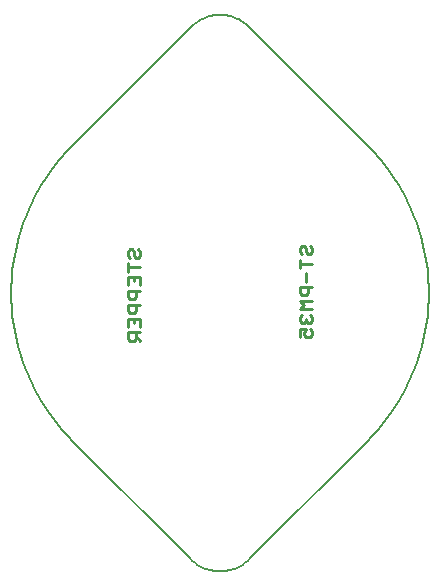
<source format=gbo>
G75*
%MOIN*%
%OFA0B0*%
%FSLAX24Y24*%
%IPPOS*%
%LPD*%
%AMOC8*
5,1,8,0,0,1.08239X$1,22.5*
%
%ADD10C,0.0050*%
%ADD11C,0.0090*%
D10*
X006336Y015082D02*
X002389Y019029D01*
X006336Y015082D02*
X006388Y015032D01*
X006443Y014985D01*
X006500Y014941D01*
X006559Y014900D01*
X006621Y014863D01*
X006684Y014828D01*
X006750Y014797D01*
X006816Y014770D01*
X006884Y014745D01*
X006953Y014725D01*
X007023Y014708D01*
X007094Y014695D01*
X007166Y014686D01*
X007238Y014680D01*
X007310Y014678D01*
X007382Y014680D01*
X007454Y014686D01*
X007526Y014695D01*
X007597Y014708D01*
X007667Y014725D01*
X007736Y014745D01*
X007804Y014770D01*
X007870Y014797D01*
X007936Y014828D01*
X007999Y014863D01*
X008061Y014900D01*
X008120Y014941D01*
X008177Y014985D01*
X008232Y015032D01*
X008284Y015082D01*
X012231Y019029D01*
X002389Y019029D02*
X002271Y019149D01*
X002157Y019272D01*
X002045Y019398D01*
X001937Y019527D01*
X001831Y019658D01*
X001729Y019791D01*
X001630Y019927D01*
X001535Y020066D01*
X001443Y020206D01*
X001354Y020349D01*
X001268Y020494D01*
X001187Y020641D01*
X001109Y020790D01*
X001034Y020941D01*
X000963Y021094D01*
X000896Y021248D01*
X000833Y021403D01*
X000773Y021561D01*
X000717Y021719D01*
X000665Y021879D01*
X000617Y022041D01*
X000573Y022203D01*
X000533Y022366D01*
X000496Y022530D01*
X000464Y022695D01*
X000436Y022861D01*
X000411Y023028D01*
X000391Y023195D01*
X000375Y023362D01*
X000363Y023530D01*
X000355Y023698D01*
X000351Y023866D01*
X000351Y024034D01*
X000355Y024202D01*
X000363Y024370D01*
X000375Y024538D01*
X000391Y024705D01*
X000411Y024872D01*
X000436Y025039D01*
X000464Y025205D01*
X000496Y025370D01*
X000533Y025534D01*
X000573Y025697D01*
X000617Y025859D01*
X000665Y026021D01*
X000717Y026181D01*
X000773Y026339D01*
X000833Y026497D01*
X000896Y026652D01*
X000963Y026806D01*
X001034Y026959D01*
X001109Y027110D01*
X001187Y027259D01*
X001268Y027406D01*
X001354Y027551D01*
X001443Y027694D01*
X001535Y027834D01*
X001630Y027973D01*
X001729Y028109D01*
X001831Y028242D01*
X001937Y028373D01*
X002045Y028502D01*
X002157Y028628D01*
X002271Y028751D01*
X002389Y028871D01*
X006336Y032818D01*
X006388Y032868D01*
X006443Y032915D01*
X006500Y032959D01*
X006559Y033000D01*
X006621Y033037D01*
X006684Y033072D01*
X006750Y033103D01*
X006816Y033130D01*
X006884Y033155D01*
X006953Y033175D01*
X007023Y033192D01*
X007094Y033205D01*
X007166Y033214D01*
X007238Y033220D01*
X007310Y033222D01*
X007382Y033220D01*
X007454Y033214D01*
X007526Y033205D01*
X007597Y033192D01*
X007667Y033175D01*
X007736Y033155D01*
X007804Y033130D01*
X007870Y033103D01*
X007936Y033072D01*
X007999Y033037D01*
X008061Y033000D01*
X008120Y032959D01*
X008177Y032915D01*
X008232Y032868D01*
X008284Y032818D01*
X012231Y028871D01*
X012349Y028751D01*
X012463Y028628D01*
X012575Y028502D01*
X012683Y028373D01*
X012789Y028242D01*
X012891Y028109D01*
X012990Y027973D01*
X013085Y027834D01*
X013177Y027694D01*
X013266Y027551D01*
X013352Y027406D01*
X013433Y027259D01*
X013511Y027110D01*
X013586Y026959D01*
X013657Y026806D01*
X013724Y026652D01*
X013787Y026497D01*
X013847Y026339D01*
X013903Y026181D01*
X013955Y026021D01*
X014003Y025859D01*
X014047Y025697D01*
X014087Y025534D01*
X014124Y025370D01*
X014156Y025205D01*
X014184Y025039D01*
X014209Y024872D01*
X014229Y024705D01*
X014245Y024538D01*
X014257Y024370D01*
X014265Y024202D01*
X014269Y024034D01*
X014269Y023866D01*
X014265Y023698D01*
X014257Y023530D01*
X014245Y023362D01*
X014229Y023195D01*
X014209Y023028D01*
X014184Y022861D01*
X014156Y022695D01*
X014124Y022530D01*
X014087Y022366D01*
X014047Y022203D01*
X014003Y022041D01*
X013955Y021879D01*
X013903Y021719D01*
X013847Y021561D01*
X013787Y021403D01*
X013724Y021248D01*
X013657Y021094D01*
X013586Y020941D01*
X013511Y020790D01*
X013433Y020641D01*
X013352Y020494D01*
X013266Y020349D01*
X013177Y020206D01*
X013085Y020066D01*
X012990Y019927D01*
X012891Y019791D01*
X012789Y019658D01*
X012683Y019527D01*
X012575Y019398D01*
X012463Y019272D01*
X012349Y019149D01*
X012231Y019029D01*
D11*
X010322Y022494D02*
X010390Y022562D01*
X010390Y022699D01*
X010322Y022768D01*
X010185Y022768D02*
X010116Y022631D01*
X010116Y022562D01*
X010185Y022494D01*
X010322Y022494D01*
X010185Y022768D02*
X009980Y022768D01*
X009980Y022494D01*
X010048Y022954D02*
X010116Y022954D01*
X010185Y023023D01*
X010253Y022954D01*
X010322Y022954D01*
X010390Y023023D01*
X010390Y023160D01*
X010322Y023228D01*
X010185Y023091D02*
X010185Y023023D01*
X010048Y022954D02*
X009980Y023023D01*
X009980Y023160D01*
X010048Y023228D01*
X009980Y023415D02*
X010390Y023415D01*
X010390Y023688D02*
X009980Y023688D01*
X010116Y023552D01*
X009980Y023415D01*
X010048Y023875D02*
X010185Y023875D01*
X010253Y023944D01*
X010253Y024149D01*
X010390Y024149D02*
X009980Y024149D01*
X009980Y023944D01*
X010048Y023875D01*
X010185Y024336D02*
X010185Y024609D01*
X009980Y024796D02*
X009980Y025070D01*
X009980Y024933D02*
X010390Y024933D01*
X010322Y025256D02*
X010390Y025325D01*
X010390Y025462D01*
X010322Y025530D01*
X010185Y025462D02*
X010185Y025325D01*
X010253Y025256D01*
X010322Y025256D01*
X010185Y025462D02*
X010116Y025530D01*
X010048Y025530D01*
X009980Y025462D01*
X009980Y025325D01*
X010048Y025256D01*
X004640Y025200D02*
X004640Y025337D01*
X004572Y025405D01*
X004435Y025337D02*
X004435Y025200D01*
X004503Y025131D01*
X004572Y025131D01*
X004640Y025200D01*
X004435Y025337D02*
X004366Y025405D01*
X004298Y025405D01*
X004230Y025337D01*
X004230Y025200D01*
X004298Y025131D01*
X004230Y024945D02*
X004230Y024671D01*
X004230Y024808D02*
X004640Y024808D01*
X004640Y024484D02*
X004230Y024484D01*
X004230Y024211D01*
X004230Y024024D02*
X004230Y023819D01*
X004298Y023750D01*
X004435Y023750D01*
X004503Y023819D01*
X004503Y024024D01*
X004640Y024024D02*
X004230Y024024D01*
X004435Y024347D02*
X004435Y024484D01*
X004640Y024484D02*
X004640Y024211D01*
X004640Y023563D02*
X004230Y023563D01*
X004230Y023358D01*
X004298Y023290D01*
X004435Y023290D01*
X004503Y023358D01*
X004503Y023563D01*
X004435Y023103D02*
X004435Y022966D01*
X004640Y023103D02*
X004640Y022829D01*
X004640Y022643D02*
X004230Y022643D01*
X004230Y022437D01*
X004298Y022369D01*
X004435Y022369D01*
X004503Y022437D01*
X004503Y022643D01*
X004503Y022506D02*
X004640Y022369D01*
X004230Y022829D02*
X004230Y023103D01*
X004640Y023103D01*
M02*

</source>
